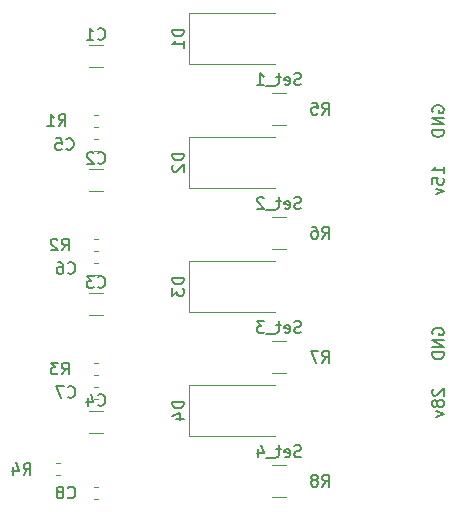
<source format=gbr>
G04 #@! TF.GenerationSoftware,KiCad,Pcbnew,(5.0.2)-1*
G04 #@! TF.CreationDate,2019-03-31T11:50:41+03:00*
G04 #@! TF.ProjectId,pwm_led_controller,70776d5f-6c65-4645-9f63-6f6e74726f6c,rev?*
G04 #@! TF.SameCoordinates,Original*
G04 #@! TF.FileFunction,Legend,Bot*
G04 #@! TF.FilePolarity,Positive*
%FSLAX46Y46*%
G04 Gerber Fmt 4.6, Leading zero omitted, Abs format (unit mm)*
G04 Created by KiCad (PCBNEW (5.0.2)-1) date 31.03.2019 11:50:41*
%MOMM*%
%LPD*%
G01*
G04 APERTURE LIST*
%ADD10C,0.150000*%
%ADD11C,0.120000*%
G04 APERTURE END LIST*
D10*
X137047619Y-83187142D02*
X137000000Y-83234761D01*
X136952380Y-83330000D01*
X136952380Y-83568095D01*
X137000000Y-83663333D01*
X137047619Y-83710952D01*
X137142857Y-83758571D01*
X137238095Y-83758571D01*
X137380952Y-83710952D01*
X137952380Y-83139523D01*
X137952380Y-83758571D01*
X137380952Y-84330000D02*
X137333333Y-84234761D01*
X137285714Y-84187142D01*
X137190476Y-84139523D01*
X137142857Y-84139523D01*
X137047619Y-84187142D01*
X137000000Y-84234761D01*
X136952380Y-84330000D01*
X136952380Y-84520476D01*
X137000000Y-84615714D01*
X137047619Y-84663333D01*
X137142857Y-84710952D01*
X137190476Y-84710952D01*
X137285714Y-84663333D01*
X137333333Y-84615714D01*
X137380952Y-84520476D01*
X137380952Y-84330000D01*
X137428571Y-84234761D01*
X137476190Y-84187142D01*
X137571428Y-84139523D01*
X137761904Y-84139523D01*
X137857142Y-84187142D01*
X137904761Y-84234761D01*
X137952380Y-84330000D01*
X137952380Y-84520476D01*
X137904761Y-84615714D01*
X137857142Y-84663333D01*
X137761904Y-84710952D01*
X137571428Y-84710952D01*
X137476190Y-84663333D01*
X137428571Y-84615714D01*
X137380952Y-84520476D01*
X137285714Y-85044285D02*
X137952380Y-85282380D01*
X137285714Y-85520476D01*
X137000000Y-78568095D02*
X136952380Y-78472857D01*
X136952380Y-78330000D01*
X137000000Y-78187142D01*
X137095238Y-78091904D01*
X137190476Y-78044285D01*
X137380952Y-77996666D01*
X137523809Y-77996666D01*
X137714285Y-78044285D01*
X137809523Y-78091904D01*
X137904761Y-78187142D01*
X137952380Y-78330000D01*
X137952380Y-78425238D01*
X137904761Y-78568095D01*
X137857142Y-78615714D01*
X137523809Y-78615714D01*
X137523809Y-78425238D01*
X137952380Y-79044285D02*
X136952380Y-79044285D01*
X137952380Y-79615714D01*
X136952380Y-79615714D01*
X137952380Y-80091904D02*
X136952380Y-80091904D01*
X136952380Y-80330000D01*
X137000000Y-80472857D01*
X137095238Y-80568095D01*
X137190476Y-80615714D01*
X137380952Y-80663333D01*
X137523809Y-80663333D01*
X137714285Y-80615714D01*
X137809523Y-80568095D01*
X137904761Y-80472857D01*
X137952380Y-80330000D01*
X137952380Y-80091904D01*
X137000000Y-59738095D02*
X136952380Y-59642857D01*
X136952380Y-59500000D01*
X137000000Y-59357142D01*
X137095238Y-59261904D01*
X137190476Y-59214285D01*
X137380952Y-59166666D01*
X137523809Y-59166666D01*
X137714285Y-59214285D01*
X137809523Y-59261904D01*
X137904761Y-59357142D01*
X137952380Y-59500000D01*
X137952380Y-59595238D01*
X137904761Y-59738095D01*
X137857142Y-59785714D01*
X137523809Y-59785714D01*
X137523809Y-59595238D01*
X137952380Y-60214285D02*
X136952380Y-60214285D01*
X137952380Y-60785714D01*
X136952380Y-60785714D01*
X137952380Y-61261904D02*
X136952380Y-61261904D01*
X136952380Y-61500000D01*
X137000000Y-61642857D01*
X137095238Y-61738095D01*
X137190476Y-61785714D01*
X137380952Y-61833333D01*
X137523809Y-61833333D01*
X137714285Y-61785714D01*
X137809523Y-61738095D01*
X137904761Y-61642857D01*
X137952380Y-61500000D01*
X137952380Y-61261904D01*
X137952380Y-64928571D02*
X137952380Y-64357142D01*
X137952380Y-64642857D02*
X136952380Y-64642857D01*
X137095238Y-64547619D01*
X137190476Y-64452380D01*
X137238095Y-64357142D01*
X136952380Y-65833333D02*
X136952380Y-65357142D01*
X137428571Y-65309523D01*
X137380952Y-65357142D01*
X137333333Y-65452380D01*
X137333333Y-65690476D01*
X137380952Y-65785714D01*
X137428571Y-65833333D01*
X137523809Y-65880952D01*
X137761904Y-65880952D01*
X137857142Y-65833333D01*
X137904761Y-65785714D01*
X137952380Y-65690476D01*
X137952380Y-65452380D01*
X137904761Y-65357142D01*
X137857142Y-65309523D01*
X137285714Y-66214285D02*
X137952380Y-66452380D01*
X137285714Y-66690476D01*
X125857142Y-88904761D02*
X125714285Y-88952380D01*
X125476190Y-88952380D01*
X125380952Y-88904761D01*
X125333333Y-88857142D01*
X125285714Y-88761904D01*
X125285714Y-88666666D01*
X125333333Y-88571428D01*
X125380952Y-88523809D01*
X125476190Y-88476190D01*
X125666666Y-88428571D01*
X125761904Y-88380952D01*
X125809523Y-88333333D01*
X125857142Y-88238095D01*
X125857142Y-88142857D01*
X125809523Y-88047619D01*
X125761904Y-88000000D01*
X125666666Y-87952380D01*
X125428571Y-87952380D01*
X125285714Y-88000000D01*
X124476190Y-88904761D02*
X124571428Y-88952380D01*
X124761904Y-88952380D01*
X124857142Y-88904761D01*
X124904761Y-88809523D01*
X124904761Y-88428571D01*
X124857142Y-88333333D01*
X124761904Y-88285714D01*
X124571428Y-88285714D01*
X124476190Y-88333333D01*
X124428571Y-88428571D01*
X124428571Y-88523809D01*
X124904761Y-88619047D01*
X124142857Y-88285714D02*
X123761904Y-88285714D01*
X124000000Y-87952380D02*
X124000000Y-88809523D01*
X123952380Y-88904761D01*
X123857142Y-88952380D01*
X123761904Y-88952380D01*
X123666666Y-89047619D02*
X122904761Y-89047619D01*
X122238095Y-88285714D02*
X122238095Y-88952380D01*
X122476190Y-87904761D02*
X122714285Y-88619047D01*
X122095238Y-88619047D01*
X125857142Y-78404761D02*
X125714285Y-78452380D01*
X125476190Y-78452380D01*
X125380952Y-78404761D01*
X125333333Y-78357142D01*
X125285714Y-78261904D01*
X125285714Y-78166666D01*
X125333333Y-78071428D01*
X125380952Y-78023809D01*
X125476190Y-77976190D01*
X125666666Y-77928571D01*
X125761904Y-77880952D01*
X125809523Y-77833333D01*
X125857142Y-77738095D01*
X125857142Y-77642857D01*
X125809523Y-77547619D01*
X125761904Y-77500000D01*
X125666666Y-77452380D01*
X125428571Y-77452380D01*
X125285714Y-77500000D01*
X124476190Y-78404761D02*
X124571428Y-78452380D01*
X124761904Y-78452380D01*
X124857142Y-78404761D01*
X124904761Y-78309523D01*
X124904761Y-77928571D01*
X124857142Y-77833333D01*
X124761904Y-77785714D01*
X124571428Y-77785714D01*
X124476190Y-77833333D01*
X124428571Y-77928571D01*
X124428571Y-78023809D01*
X124904761Y-78119047D01*
X124142857Y-77785714D02*
X123761904Y-77785714D01*
X124000000Y-77452380D02*
X124000000Y-78309523D01*
X123952380Y-78404761D01*
X123857142Y-78452380D01*
X123761904Y-78452380D01*
X123666666Y-78547619D02*
X122904761Y-78547619D01*
X122761904Y-77452380D02*
X122142857Y-77452380D01*
X122476190Y-77833333D01*
X122333333Y-77833333D01*
X122238095Y-77880952D01*
X122190476Y-77928571D01*
X122142857Y-78023809D01*
X122142857Y-78261904D01*
X122190476Y-78357142D01*
X122238095Y-78404761D01*
X122333333Y-78452380D01*
X122619047Y-78452380D01*
X122714285Y-78404761D01*
X122761904Y-78357142D01*
X125857142Y-67904761D02*
X125714285Y-67952380D01*
X125476190Y-67952380D01*
X125380952Y-67904761D01*
X125333333Y-67857142D01*
X125285714Y-67761904D01*
X125285714Y-67666666D01*
X125333333Y-67571428D01*
X125380952Y-67523809D01*
X125476190Y-67476190D01*
X125666666Y-67428571D01*
X125761904Y-67380952D01*
X125809523Y-67333333D01*
X125857142Y-67238095D01*
X125857142Y-67142857D01*
X125809523Y-67047619D01*
X125761904Y-67000000D01*
X125666666Y-66952380D01*
X125428571Y-66952380D01*
X125285714Y-67000000D01*
X124476190Y-67904761D02*
X124571428Y-67952380D01*
X124761904Y-67952380D01*
X124857142Y-67904761D01*
X124904761Y-67809523D01*
X124904761Y-67428571D01*
X124857142Y-67333333D01*
X124761904Y-67285714D01*
X124571428Y-67285714D01*
X124476190Y-67333333D01*
X124428571Y-67428571D01*
X124428571Y-67523809D01*
X124904761Y-67619047D01*
X124142857Y-67285714D02*
X123761904Y-67285714D01*
X124000000Y-66952380D02*
X124000000Y-67809523D01*
X123952380Y-67904761D01*
X123857142Y-67952380D01*
X123761904Y-67952380D01*
X123666666Y-68047619D02*
X122904761Y-68047619D01*
X122714285Y-67047619D02*
X122666666Y-67000000D01*
X122571428Y-66952380D01*
X122333333Y-66952380D01*
X122238095Y-67000000D01*
X122190476Y-67047619D01*
X122142857Y-67142857D01*
X122142857Y-67238095D01*
X122190476Y-67380952D01*
X122761904Y-67952380D01*
X122142857Y-67952380D01*
X125857142Y-57404761D02*
X125714285Y-57452380D01*
X125476190Y-57452380D01*
X125380952Y-57404761D01*
X125333333Y-57357142D01*
X125285714Y-57261904D01*
X125285714Y-57166666D01*
X125333333Y-57071428D01*
X125380952Y-57023809D01*
X125476190Y-56976190D01*
X125666666Y-56928571D01*
X125761904Y-56880952D01*
X125809523Y-56833333D01*
X125857142Y-56738095D01*
X125857142Y-56642857D01*
X125809523Y-56547619D01*
X125761904Y-56500000D01*
X125666666Y-56452380D01*
X125428571Y-56452380D01*
X125285714Y-56500000D01*
X124476190Y-57404761D02*
X124571428Y-57452380D01*
X124761904Y-57452380D01*
X124857142Y-57404761D01*
X124904761Y-57309523D01*
X124904761Y-56928571D01*
X124857142Y-56833333D01*
X124761904Y-56785714D01*
X124571428Y-56785714D01*
X124476190Y-56833333D01*
X124428571Y-56928571D01*
X124428571Y-57023809D01*
X124904761Y-57119047D01*
X124142857Y-56785714D02*
X123761904Y-56785714D01*
X124000000Y-56452380D02*
X124000000Y-57309523D01*
X123952380Y-57404761D01*
X123857142Y-57452380D01*
X123761904Y-57452380D01*
X123666666Y-57547619D02*
X122904761Y-57547619D01*
X122142857Y-57452380D02*
X122714285Y-57452380D01*
X122428571Y-57452380D02*
X122428571Y-56452380D01*
X122523809Y-56595238D01*
X122619047Y-56690476D01*
X122714285Y-56738095D01*
D11*
G04 #@! TO.C,C1*
X109102064Y-55910000D02*
X107897936Y-55910000D01*
X109102064Y-54090000D02*
X107897936Y-54090000D01*
G04 #@! TO.C,C2*
X109102064Y-64590000D02*
X107897936Y-64590000D01*
X109102064Y-66410000D02*
X107897936Y-66410000D01*
G04 #@! TO.C,C3*
X109102064Y-76910000D02*
X107897936Y-76910000D01*
X109102064Y-75090000D02*
X107897936Y-75090000D01*
G04 #@! TO.C,C4*
X109102064Y-85090000D02*
X107897936Y-85090000D01*
X109102064Y-86910000D02*
X107897936Y-86910000D01*
G04 #@! TO.C,C5*
X108671267Y-63010000D02*
X108328733Y-63010000D01*
X108671267Y-61990000D02*
X108328733Y-61990000D01*
G04 #@! TO.C,C6*
X108671267Y-72490000D02*
X108328733Y-72490000D01*
X108671267Y-73510000D02*
X108328733Y-73510000D01*
G04 #@! TO.C,C7*
X108671267Y-84010000D02*
X108328733Y-84010000D01*
X108671267Y-82990000D02*
X108328733Y-82990000D01*
G04 #@! TO.C,C8*
X108671267Y-91490000D02*
X108328733Y-91490000D01*
X108671267Y-92510000D02*
X108328733Y-92510000D01*
G04 #@! TO.C,R1*
X108328733Y-59990000D02*
X108671267Y-59990000D01*
X108328733Y-61010000D02*
X108671267Y-61010000D01*
G04 #@! TO.C,R2*
X108328733Y-71510000D02*
X108671267Y-71510000D01*
X108328733Y-70490000D02*
X108671267Y-70490000D01*
G04 #@! TO.C,R3*
X108328733Y-80990000D02*
X108671267Y-80990000D01*
X108328733Y-82010000D02*
X108671267Y-82010000D01*
G04 #@! TO.C,R4*
X105078733Y-90510000D02*
X105421267Y-90510000D01*
X105078733Y-89490000D02*
X105421267Y-89490000D01*
G04 #@! TO.C,R5*
X124602064Y-60860000D02*
X123397936Y-60860000D01*
X124602064Y-58140000D02*
X123397936Y-58140000D01*
G04 #@! TO.C,R6*
X124602064Y-71360000D02*
X123397936Y-71360000D01*
X124602064Y-68640000D02*
X123397936Y-68640000D01*
G04 #@! TO.C,R7*
X124602064Y-79140000D02*
X123397936Y-79140000D01*
X124602064Y-81860000D02*
X123397936Y-81860000D01*
G04 #@! TO.C,R8*
X124602064Y-89640000D02*
X123397936Y-89640000D01*
X124602064Y-92360000D02*
X123397936Y-92360000D01*
G04 #@! TO.C,D1*
X116400000Y-55650000D02*
X123700000Y-55650000D01*
X116400000Y-51350000D02*
X123700000Y-51350000D01*
X116400000Y-55650000D02*
X116400000Y-51350000D01*
G04 #@! TO.C,D2*
X116400000Y-66150000D02*
X116400000Y-61850000D01*
X116400000Y-61850000D02*
X123700000Y-61850000D01*
X116400000Y-66150000D02*
X123700000Y-66150000D01*
G04 #@! TO.C,D3*
X116400000Y-76650000D02*
X123700000Y-76650000D01*
X116400000Y-72350000D02*
X123700000Y-72350000D01*
X116400000Y-76650000D02*
X116400000Y-72350000D01*
G04 #@! TO.C,D4*
X116400000Y-87150000D02*
X116400000Y-82850000D01*
X116400000Y-82850000D02*
X123700000Y-82850000D01*
X116400000Y-87150000D02*
X123700000Y-87150000D01*
G04 #@! TO.C,C1*
D10*
X108666666Y-53537142D02*
X108714285Y-53584761D01*
X108857142Y-53632380D01*
X108952380Y-53632380D01*
X109095238Y-53584761D01*
X109190476Y-53489523D01*
X109238095Y-53394285D01*
X109285714Y-53203809D01*
X109285714Y-53060952D01*
X109238095Y-52870476D01*
X109190476Y-52775238D01*
X109095238Y-52680000D01*
X108952380Y-52632380D01*
X108857142Y-52632380D01*
X108714285Y-52680000D01*
X108666666Y-52727619D01*
X107714285Y-53632380D02*
X108285714Y-53632380D01*
X108000000Y-53632380D02*
X108000000Y-52632380D01*
X108095238Y-52775238D01*
X108190476Y-52870476D01*
X108285714Y-52918095D01*
G04 #@! TO.C,C2*
X108666666Y-64037142D02*
X108714285Y-64084761D01*
X108857142Y-64132380D01*
X108952380Y-64132380D01*
X109095238Y-64084761D01*
X109190476Y-63989523D01*
X109238095Y-63894285D01*
X109285714Y-63703809D01*
X109285714Y-63560952D01*
X109238095Y-63370476D01*
X109190476Y-63275238D01*
X109095238Y-63180000D01*
X108952380Y-63132380D01*
X108857142Y-63132380D01*
X108714285Y-63180000D01*
X108666666Y-63227619D01*
X108285714Y-63227619D02*
X108238095Y-63180000D01*
X108142857Y-63132380D01*
X107904761Y-63132380D01*
X107809523Y-63180000D01*
X107761904Y-63227619D01*
X107714285Y-63322857D01*
X107714285Y-63418095D01*
X107761904Y-63560952D01*
X108333333Y-64132380D01*
X107714285Y-64132380D01*
G04 #@! TO.C,C3*
X108666666Y-74537142D02*
X108714285Y-74584761D01*
X108857142Y-74632380D01*
X108952380Y-74632380D01*
X109095238Y-74584761D01*
X109190476Y-74489523D01*
X109238095Y-74394285D01*
X109285714Y-74203809D01*
X109285714Y-74060952D01*
X109238095Y-73870476D01*
X109190476Y-73775238D01*
X109095238Y-73680000D01*
X108952380Y-73632380D01*
X108857142Y-73632380D01*
X108714285Y-73680000D01*
X108666666Y-73727619D01*
X108333333Y-73632380D02*
X107714285Y-73632380D01*
X108047619Y-74013333D01*
X107904761Y-74013333D01*
X107809523Y-74060952D01*
X107761904Y-74108571D01*
X107714285Y-74203809D01*
X107714285Y-74441904D01*
X107761904Y-74537142D01*
X107809523Y-74584761D01*
X107904761Y-74632380D01*
X108190476Y-74632380D01*
X108285714Y-74584761D01*
X108333333Y-74537142D01*
G04 #@! TO.C,C4*
X108666666Y-84537142D02*
X108714285Y-84584761D01*
X108857142Y-84632380D01*
X108952380Y-84632380D01*
X109095238Y-84584761D01*
X109190476Y-84489523D01*
X109238095Y-84394285D01*
X109285714Y-84203809D01*
X109285714Y-84060952D01*
X109238095Y-83870476D01*
X109190476Y-83775238D01*
X109095238Y-83680000D01*
X108952380Y-83632380D01*
X108857142Y-83632380D01*
X108714285Y-83680000D01*
X108666666Y-83727619D01*
X107809523Y-83965714D02*
X107809523Y-84632380D01*
X108047619Y-83584761D02*
X108285714Y-84299047D01*
X107666666Y-84299047D01*
G04 #@! TO.C,C5*
X105981666Y-62857142D02*
X106029285Y-62904761D01*
X106172142Y-62952380D01*
X106267380Y-62952380D01*
X106410238Y-62904761D01*
X106505476Y-62809523D01*
X106553095Y-62714285D01*
X106600714Y-62523809D01*
X106600714Y-62380952D01*
X106553095Y-62190476D01*
X106505476Y-62095238D01*
X106410238Y-62000000D01*
X106267380Y-61952380D01*
X106172142Y-61952380D01*
X106029285Y-62000000D01*
X105981666Y-62047619D01*
X105076904Y-61952380D02*
X105553095Y-61952380D01*
X105600714Y-62428571D01*
X105553095Y-62380952D01*
X105457857Y-62333333D01*
X105219761Y-62333333D01*
X105124523Y-62380952D01*
X105076904Y-62428571D01*
X105029285Y-62523809D01*
X105029285Y-62761904D01*
X105076904Y-62857142D01*
X105124523Y-62904761D01*
X105219761Y-62952380D01*
X105457857Y-62952380D01*
X105553095Y-62904761D01*
X105600714Y-62857142D01*
G04 #@! TO.C,C6*
X106126666Y-73357142D02*
X106174285Y-73404761D01*
X106317142Y-73452380D01*
X106412380Y-73452380D01*
X106555238Y-73404761D01*
X106650476Y-73309523D01*
X106698095Y-73214285D01*
X106745714Y-73023809D01*
X106745714Y-72880952D01*
X106698095Y-72690476D01*
X106650476Y-72595238D01*
X106555238Y-72500000D01*
X106412380Y-72452380D01*
X106317142Y-72452380D01*
X106174285Y-72500000D01*
X106126666Y-72547619D01*
X105269523Y-72452380D02*
X105460000Y-72452380D01*
X105555238Y-72500000D01*
X105602857Y-72547619D01*
X105698095Y-72690476D01*
X105745714Y-72880952D01*
X105745714Y-73261904D01*
X105698095Y-73357142D01*
X105650476Y-73404761D01*
X105555238Y-73452380D01*
X105364761Y-73452380D01*
X105269523Y-73404761D01*
X105221904Y-73357142D01*
X105174285Y-73261904D01*
X105174285Y-73023809D01*
X105221904Y-72928571D01*
X105269523Y-72880952D01*
X105364761Y-72833333D01*
X105555238Y-72833333D01*
X105650476Y-72880952D01*
X105698095Y-72928571D01*
X105745714Y-73023809D01*
G04 #@! TO.C,C7*
X106126666Y-83857142D02*
X106174285Y-83904761D01*
X106317142Y-83952380D01*
X106412380Y-83952380D01*
X106555238Y-83904761D01*
X106650476Y-83809523D01*
X106698095Y-83714285D01*
X106745714Y-83523809D01*
X106745714Y-83380952D01*
X106698095Y-83190476D01*
X106650476Y-83095238D01*
X106555238Y-83000000D01*
X106412380Y-82952380D01*
X106317142Y-82952380D01*
X106174285Y-83000000D01*
X106126666Y-83047619D01*
X105793333Y-82952380D02*
X105126666Y-82952380D01*
X105555238Y-83952380D01*
G04 #@! TO.C,C8*
X106126666Y-92357142D02*
X106174285Y-92404761D01*
X106317142Y-92452380D01*
X106412380Y-92452380D01*
X106555238Y-92404761D01*
X106650476Y-92309523D01*
X106698095Y-92214285D01*
X106745714Y-92023809D01*
X106745714Y-91880952D01*
X106698095Y-91690476D01*
X106650476Y-91595238D01*
X106555238Y-91500000D01*
X106412380Y-91452380D01*
X106317142Y-91452380D01*
X106174285Y-91500000D01*
X106126666Y-91547619D01*
X105555238Y-91880952D02*
X105650476Y-91833333D01*
X105698095Y-91785714D01*
X105745714Y-91690476D01*
X105745714Y-91642857D01*
X105698095Y-91547619D01*
X105650476Y-91500000D01*
X105555238Y-91452380D01*
X105364761Y-91452380D01*
X105269523Y-91500000D01*
X105221904Y-91547619D01*
X105174285Y-91642857D01*
X105174285Y-91690476D01*
X105221904Y-91785714D01*
X105269523Y-91833333D01*
X105364761Y-91880952D01*
X105555238Y-91880952D01*
X105650476Y-91928571D01*
X105698095Y-91976190D01*
X105745714Y-92071428D01*
X105745714Y-92261904D01*
X105698095Y-92357142D01*
X105650476Y-92404761D01*
X105555238Y-92452380D01*
X105364761Y-92452380D01*
X105269523Y-92404761D01*
X105221904Y-92357142D01*
X105174285Y-92261904D01*
X105174285Y-92071428D01*
X105221904Y-91976190D01*
X105269523Y-91928571D01*
X105364761Y-91880952D01*
G04 #@! TO.C,R1*
X105346666Y-60919771D02*
X105680000Y-60443581D01*
X105918095Y-60919771D02*
X105918095Y-59919771D01*
X105537142Y-59919771D01*
X105441904Y-59967391D01*
X105394285Y-60015010D01*
X105346666Y-60110248D01*
X105346666Y-60253105D01*
X105394285Y-60348343D01*
X105441904Y-60395962D01*
X105537142Y-60443581D01*
X105918095Y-60443581D01*
X104394285Y-60919771D02*
X104965714Y-60919771D01*
X104680000Y-60919771D02*
X104680000Y-59919771D01*
X104775238Y-60062629D01*
X104870476Y-60157867D01*
X104965714Y-60205486D01*
G04 #@! TO.C,R2*
X105618666Y-71452380D02*
X105952000Y-70976190D01*
X106190095Y-71452380D02*
X106190095Y-70452380D01*
X105809142Y-70452380D01*
X105713904Y-70500000D01*
X105666285Y-70547619D01*
X105618666Y-70642857D01*
X105618666Y-70785714D01*
X105666285Y-70880952D01*
X105713904Y-70928571D01*
X105809142Y-70976190D01*
X106190095Y-70976190D01*
X105237714Y-70547619D02*
X105190095Y-70500000D01*
X105094857Y-70452380D01*
X104856761Y-70452380D01*
X104761523Y-70500000D01*
X104713904Y-70547619D01*
X104666285Y-70642857D01*
X104666285Y-70738095D01*
X104713904Y-70880952D01*
X105285333Y-71452380D01*
X104666285Y-71452380D01*
G04 #@! TO.C,R3*
X105618666Y-81952380D02*
X105952000Y-81476190D01*
X106190095Y-81952380D02*
X106190095Y-80952380D01*
X105809142Y-80952380D01*
X105713904Y-81000000D01*
X105666285Y-81047619D01*
X105618666Y-81142857D01*
X105618666Y-81285714D01*
X105666285Y-81380952D01*
X105713904Y-81428571D01*
X105809142Y-81476190D01*
X106190095Y-81476190D01*
X105285333Y-80952380D02*
X104666285Y-80952380D01*
X104999619Y-81333333D01*
X104856761Y-81333333D01*
X104761523Y-81380952D01*
X104713904Y-81428571D01*
X104666285Y-81523809D01*
X104666285Y-81761904D01*
X104713904Y-81857142D01*
X104761523Y-81904761D01*
X104856761Y-81952380D01*
X105142476Y-81952380D01*
X105237714Y-81904761D01*
X105285333Y-81857142D01*
G04 #@! TO.C,R4*
X102368666Y-90452380D02*
X102702000Y-89976190D01*
X102940095Y-90452380D02*
X102940095Y-89452380D01*
X102559142Y-89452380D01*
X102463904Y-89500000D01*
X102416285Y-89547619D01*
X102368666Y-89642857D01*
X102368666Y-89785714D01*
X102416285Y-89880952D01*
X102463904Y-89928571D01*
X102559142Y-89976190D01*
X102940095Y-89976190D01*
X101511523Y-89785714D02*
X101511523Y-90452380D01*
X101749619Y-89404761D02*
X101987714Y-90119047D01*
X101368666Y-90119047D01*
G04 #@! TO.C,R5*
X127666666Y-59952380D02*
X128000000Y-59476190D01*
X128238095Y-59952380D02*
X128238095Y-58952380D01*
X127857142Y-58952380D01*
X127761904Y-59000000D01*
X127714285Y-59047619D01*
X127666666Y-59142857D01*
X127666666Y-59285714D01*
X127714285Y-59380952D01*
X127761904Y-59428571D01*
X127857142Y-59476190D01*
X128238095Y-59476190D01*
X126761904Y-58952380D02*
X127238095Y-58952380D01*
X127285714Y-59428571D01*
X127238095Y-59380952D01*
X127142857Y-59333333D01*
X126904761Y-59333333D01*
X126809523Y-59380952D01*
X126761904Y-59428571D01*
X126714285Y-59523809D01*
X126714285Y-59761904D01*
X126761904Y-59857142D01*
X126809523Y-59904761D01*
X126904761Y-59952380D01*
X127142857Y-59952380D01*
X127238095Y-59904761D01*
X127285714Y-59857142D01*
G04 #@! TO.C,R6*
X127666666Y-70452380D02*
X128000000Y-69976190D01*
X128238095Y-70452380D02*
X128238095Y-69452380D01*
X127857142Y-69452380D01*
X127761904Y-69500000D01*
X127714285Y-69547619D01*
X127666666Y-69642857D01*
X127666666Y-69785714D01*
X127714285Y-69880952D01*
X127761904Y-69928571D01*
X127857142Y-69976190D01*
X128238095Y-69976190D01*
X126809523Y-69452380D02*
X127000000Y-69452380D01*
X127095238Y-69500000D01*
X127142857Y-69547619D01*
X127238095Y-69690476D01*
X127285714Y-69880952D01*
X127285714Y-70261904D01*
X127238095Y-70357142D01*
X127190476Y-70404761D01*
X127095238Y-70452380D01*
X126904761Y-70452380D01*
X126809523Y-70404761D01*
X126761904Y-70357142D01*
X126714285Y-70261904D01*
X126714285Y-70023809D01*
X126761904Y-69928571D01*
X126809523Y-69880952D01*
X126904761Y-69833333D01*
X127095238Y-69833333D01*
X127190476Y-69880952D01*
X127238095Y-69928571D01*
X127285714Y-70023809D01*
G04 #@! TO.C,R7*
X127666666Y-80952380D02*
X128000000Y-80476190D01*
X128238095Y-80952380D02*
X128238095Y-79952380D01*
X127857142Y-79952380D01*
X127761904Y-80000000D01*
X127714285Y-80047619D01*
X127666666Y-80142857D01*
X127666666Y-80285714D01*
X127714285Y-80380952D01*
X127761904Y-80428571D01*
X127857142Y-80476190D01*
X128238095Y-80476190D01*
X127333333Y-79952380D02*
X126666666Y-79952380D01*
X127095238Y-80952380D01*
G04 #@! TO.C,R8*
X127666666Y-91452380D02*
X128000000Y-90976190D01*
X128238095Y-91452380D02*
X128238095Y-90452380D01*
X127857142Y-90452380D01*
X127761904Y-90500000D01*
X127714285Y-90547619D01*
X127666666Y-90642857D01*
X127666666Y-90785714D01*
X127714285Y-90880952D01*
X127761904Y-90928571D01*
X127857142Y-90976190D01*
X128238095Y-90976190D01*
X127095238Y-90880952D02*
X127190476Y-90833333D01*
X127238095Y-90785714D01*
X127285714Y-90690476D01*
X127285714Y-90642857D01*
X127238095Y-90547619D01*
X127190476Y-90500000D01*
X127095238Y-90452380D01*
X126904761Y-90452380D01*
X126809523Y-90500000D01*
X126761904Y-90547619D01*
X126714285Y-90642857D01*
X126714285Y-90690476D01*
X126761904Y-90785714D01*
X126809523Y-90833333D01*
X126904761Y-90880952D01*
X127095238Y-90880952D01*
X127190476Y-90928571D01*
X127238095Y-90976190D01*
X127285714Y-91071428D01*
X127285714Y-91261904D01*
X127238095Y-91357142D01*
X127190476Y-91404761D01*
X127095238Y-91452380D01*
X126904761Y-91452380D01*
X126809523Y-91404761D01*
X126761904Y-91357142D01*
X126714285Y-91261904D01*
X126714285Y-91071428D01*
X126761904Y-90976190D01*
X126809523Y-90928571D01*
X126904761Y-90880952D01*
G04 #@! TO.C,D1*
X115952380Y-52761904D02*
X114952380Y-52761904D01*
X114952380Y-53000000D01*
X115000000Y-53142857D01*
X115095238Y-53238095D01*
X115190476Y-53285714D01*
X115380952Y-53333333D01*
X115523809Y-53333333D01*
X115714285Y-53285714D01*
X115809523Y-53238095D01*
X115904761Y-53142857D01*
X115952380Y-53000000D01*
X115952380Y-52761904D01*
X115952380Y-54285714D02*
X115952380Y-53714285D01*
X115952380Y-54000000D02*
X114952380Y-54000000D01*
X115095238Y-53904761D01*
X115190476Y-53809523D01*
X115238095Y-53714285D01*
G04 #@! TO.C,D2*
X115952380Y-63261904D02*
X114952380Y-63261904D01*
X114952380Y-63500000D01*
X115000000Y-63642857D01*
X115095238Y-63738095D01*
X115190476Y-63785714D01*
X115380952Y-63833333D01*
X115523809Y-63833333D01*
X115714285Y-63785714D01*
X115809523Y-63738095D01*
X115904761Y-63642857D01*
X115952380Y-63500000D01*
X115952380Y-63261904D01*
X115047619Y-64214285D02*
X115000000Y-64261904D01*
X114952380Y-64357142D01*
X114952380Y-64595238D01*
X115000000Y-64690476D01*
X115047619Y-64738095D01*
X115142857Y-64785714D01*
X115238095Y-64785714D01*
X115380952Y-64738095D01*
X115952380Y-64166666D01*
X115952380Y-64785714D01*
G04 #@! TO.C,D3*
X115952380Y-73761904D02*
X114952380Y-73761904D01*
X114952380Y-74000000D01*
X115000000Y-74142857D01*
X115095238Y-74238095D01*
X115190476Y-74285714D01*
X115380952Y-74333333D01*
X115523809Y-74333333D01*
X115714285Y-74285714D01*
X115809523Y-74238095D01*
X115904761Y-74142857D01*
X115952380Y-74000000D01*
X115952380Y-73761904D01*
X114952380Y-74666666D02*
X114952380Y-75285714D01*
X115333333Y-74952380D01*
X115333333Y-75095238D01*
X115380952Y-75190476D01*
X115428571Y-75238095D01*
X115523809Y-75285714D01*
X115761904Y-75285714D01*
X115857142Y-75238095D01*
X115904761Y-75190476D01*
X115952380Y-75095238D01*
X115952380Y-74809523D01*
X115904761Y-74714285D01*
X115857142Y-74666666D01*
G04 #@! TO.C,D4*
X115952380Y-84261904D02*
X114952380Y-84261904D01*
X114952380Y-84500000D01*
X115000000Y-84642857D01*
X115095238Y-84738095D01*
X115190476Y-84785714D01*
X115380952Y-84833333D01*
X115523809Y-84833333D01*
X115714285Y-84785714D01*
X115809523Y-84738095D01*
X115904761Y-84642857D01*
X115952380Y-84500000D01*
X115952380Y-84261904D01*
X115285714Y-85690476D02*
X115952380Y-85690476D01*
X114904761Y-85452380D02*
X115619047Y-85214285D01*
X115619047Y-85833333D01*
G04 #@! TD*
M02*

</source>
